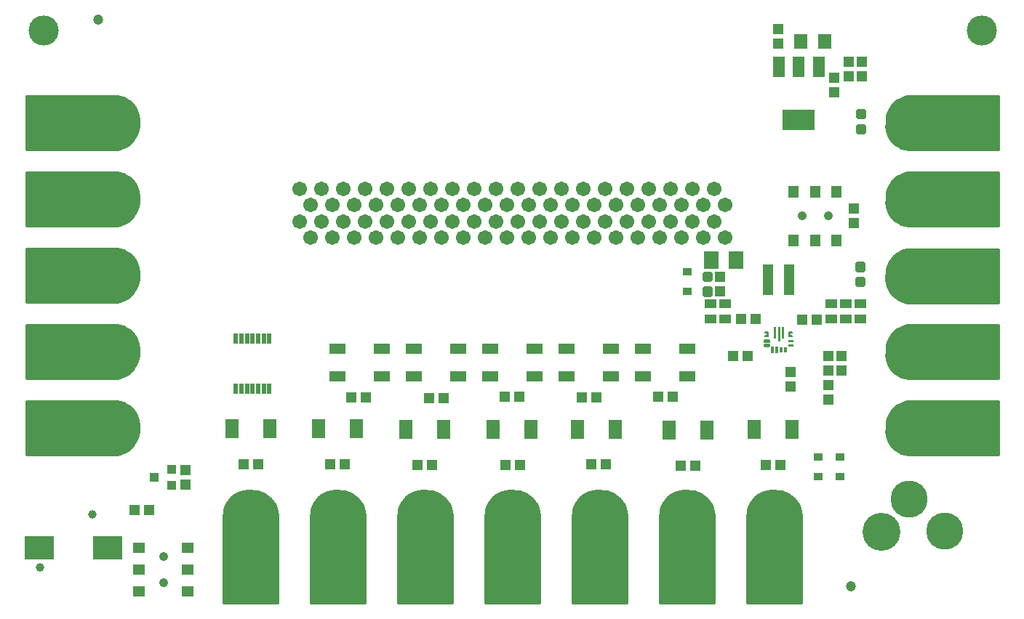
<source format=gts>
G75*
%MOIN*%
%OFA0B0*%
%FSLAX25Y25*%
%IPPOS*%
%LPD*%
%AMOC8*
5,1,8,0,0,1.08239X$1,22.5*
%
%ADD10C,0.04737*%
%ADD11C,0.06706*%
%ADD12C,0.20800*%
%ADD13C,0.01000*%
%ADD14R,0.07300X0.04737*%
%ADD15R,0.13398X0.10643*%
%ADD16C,0.03950*%
%ADD17R,0.05328X0.04737*%
%ADD18C,0.04146*%
%ADD19R,0.05131X0.04737*%
%ADD20R,0.06312X0.08674*%
%ADD21C,0.00197*%
%ADD22C,0.00500*%
%ADD23R,0.04737X0.05131*%
%ADD24R,0.06312X0.07099*%
%ADD25R,0.04737X0.05328*%
%ADD26R,0.05600X0.09600*%
%ADD27R,0.14973X0.09461*%
%ADD28R,0.04068X0.03280*%
%ADD29R,0.05524X0.03950*%
%ADD30R,0.02000X0.04700*%
%ADD31C,0.01990*%
%ADD32R,0.07099X0.07887*%
%ADD33R,0.04658X0.14186*%
%ADD34R,0.04343X0.03950*%
%ADD35C,0.17398*%
%ADD36C,0.17000*%
%ADD37C,0.13800*%
D10*
X0417595Y0316900D03*
X0072595Y0576900D03*
D11*
X0165096Y0499341D03*
X0170096Y0491861D03*
X0175096Y0499341D03*
X0180096Y0491861D03*
X0185096Y0499341D03*
X0190096Y0491861D03*
X0195096Y0499341D03*
X0200096Y0491861D03*
X0205096Y0499341D03*
X0210096Y0491861D03*
X0215096Y0499341D03*
X0220096Y0491861D03*
X0225096Y0499341D03*
X0230096Y0491861D03*
X0235096Y0499341D03*
X0240096Y0491861D03*
X0245096Y0499341D03*
X0250096Y0491861D03*
X0255096Y0499341D03*
X0260096Y0491861D03*
X0265096Y0499341D03*
X0270096Y0491861D03*
X0275096Y0499341D03*
X0280096Y0491861D03*
X0285096Y0499341D03*
X0290096Y0491861D03*
X0295096Y0499341D03*
X0300096Y0491861D03*
X0305096Y0499341D03*
X0310096Y0491861D03*
X0315096Y0499341D03*
X0320096Y0491861D03*
X0325096Y0499341D03*
X0330096Y0491861D03*
X0335096Y0499341D03*
X0340096Y0491861D03*
X0345096Y0499341D03*
X0350096Y0491861D03*
X0355096Y0499341D03*
X0360096Y0491861D03*
X0355096Y0484380D03*
X0360096Y0476900D03*
X0350096Y0476900D03*
X0345096Y0484380D03*
X0340096Y0476900D03*
X0335096Y0484380D03*
X0330096Y0476900D03*
X0325096Y0484380D03*
X0320096Y0476900D03*
X0315096Y0484380D03*
X0310096Y0476900D03*
X0305096Y0484380D03*
X0300096Y0476900D03*
X0295096Y0484380D03*
X0290096Y0476900D03*
X0285096Y0484380D03*
X0280096Y0476900D03*
X0275096Y0484380D03*
X0270096Y0476900D03*
X0265096Y0484380D03*
X0260096Y0476900D03*
X0255096Y0484380D03*
X0250096Y0476900D03*
X0245096Y0484380D03*
X0240096Y0476900D03*
X0235096Y0484380D03*
X0230096Y0476900D03*
X0225096Y0484380D03*
X0220096Y0476900D03*
X0215096Y0484380D03*
X0210096Y0476900D03*
X0205096Y0484380D03*
X0200096Y0476900D03*
X0195096Y0484380D03*
X0190096Y0476900D03*
X0185096Y0484380D03*
X0180096Y0476900D03*
X0175096Y0484380D03*
X0170096Y0476900D03*
X0165096Y0484380D03*
D12*
X0079116Y0494636D03*
X0056116Y0494636D03*
X0056116Y0459636D03*
X0079116Y0459636D03*
X0079116Y0424636D03*
X0056116Y0424636D03*
X0056116Y0389636D03*
X0079116Y0389636D03*
X0142616Y0348636D03*
X0142616Y0325636D03*
X0182616Y0325636D03*
X0182616Y0348636D03*
X0222616Y0348636D03*
X0222616Y0325636D03*
X0262616Y0325636D03*
X0262616Y0348636D03*
X0302616Y0348636D03*
X0302616Y0325636D03*
X0342616Y0325636D03*
X0342616Y0348636D03*
X0382616Y0348636D03*
X0382616Y0325636D03*
X0446116Y0389636D03*
X0469116Y0389636D03*
X0469116Y0424636D03*
X0446116Y0424636D03*
X0446096Y0459400D03*
X0469096Y0459400D03*
X0469116Y0494636D03*
X0446116Y0494636D03*
X0446116Y0529636D03*
X0469116Y0529636D03*
X0079116Y0529636D03*
X0056116Y0529636D03*
D13*
X0130216Y0349236D02*
X0130216Y0309236D01*
X0155016Y0309236D01*
X0155016Y0349636D01*
X0154810Y0351309D01*
X0154369Y0352936D01*
X0153700Y0354484D01*
X0152818Y0355921D01*
X0151741Y0357217D01*
X0150490Y0358347D01*
X0149090Y0359287D01*
X0147572Y0360019D01*
X0145964Y0360527D01*
X0144301Y0360802D01*
X0142616Y0360836D01*
X0141016Y0360882D01*
X0139425Y0360702D01*
X0137877Y0360298D01*
X0136401Y0359679D01*
X0135027Y0358857D01*
X0133784Y0357850D01*
X0132695Y0356676D01*
X0131784Y0355360D01*
X0131068Y0353929D01*
X0130562Y0352410D01*
X0130276Y0350836D01*
X0130216Y0349236D01*
X0130216Y0348837D02*
X0155016Y0348837D01*
X0155016Y0347839D02*
X0130216Y0347839D01*
X0130216Y0346840D02*
X0155016Y0346840D01*
X0155016Y0345842D02*
X0130216Y0345842D01*
X0130216Y0344843D02*
X0155016Y0344843D01*
X0155016Y0343845D02*
X0130216Y0343845D01*
X0130216Y0342846D02*
X0155016Y0342846D01*
X0155016Y0341848D02*
X0130216Y0341848D01*
X0130216Y0340849D02*
X0155016Y0340849D01*
X0155016Y0339851D02*
X0130216Y0339851D01*
X0130216Y0338852D02*
X0155016Y0338852D01*
X0155016Y0337854D02*
X0130216Y0337854D01*
X0130216Y0336855D02*
X0155016Y0336855D01*
X0155016Y0335857D02*
X0130216Y0335857D01*
X0130216Y0334858D02*
X0155016Y0334858D01*
X0155016Y0333860D02*
X0130216Y0333860D01*
X0130216Y0332861D02*
X0155016Y0332861D01*
X0155016Y0331863D02*
X0130216Y0331863D01*
X0130216Y0330864D02*
X0155016Y0330864D01*
X0155016Y0329866D02*
X0130216Y0329866D01*
X0130216Y0328867D02*
X0155016Y0328867D01*
X0155016Y0327869D02*
X0130216Y0327869D01*
X0130216Y0326870D02*
X0155016Y0326870D01*
X0155016Y0325872D02*
X0130216Y0325872D01*
X0130216Y0324873D02*
X0155016Y0324873D01*
X0155016Y0323875D02*
X0130216Y0323875D01*
X0130216Y0322876D02*
X0155016Y0322876D01*
X0155016Y0321878D02*
X0130216Y0321878D01*
X0130216Y0320879D02*
X0155016Y0320879D01*
X0155016Y0319881D02*
X0130216Y0319881D01*
X0130216Y0318882D02*
X0155016Y0318882D01*
X0155016Y0317884D02*
X0130216Y0317884D01*
X0130216Y0316885D02*
X0155016Y0316885D01*
X0155016Y0315887D02*
X0130216Y0315887D01*
X0130216Y0314888D02*
X0155016Y0314888D01*
X0155016Y0313890D02*
X0130216Y0313890D01*
X0130216Y0312891D02*
X0155016Y0312891D01*
X0155016Y0311893D02*
X0130216Y0311893D01*
X0130216Y0310894D02*
X0155016Y0310894D01*
X0155016Y0309896D02*
X0130216Y0309896D01*
X0130238Y0349836D02*
X0154991Y0349836D01*
X0154868Y0350834D02*
X0130276Y0350834D01*
X0130457Y0351833D02*
X0154668Y0351833D01*
X0154397Y0352832D02*
X0130703Y0352832D01*
X0131035Y0353830D02*
X0153983Y0353830D01*
X0153488Y0354829D02*
X0131518Y0354829D01*
X0132107Y0355827D02*
X0152875Y0355827D01*
X0152066Y0356826D02*
X0132834Y0356826D01*
X0133760Y0357824D02*
X0151068Y0357824D01*
X0149782Y0358823D02*
X0134984Y0358823D01*
X0136740Y0359821D02*
X0147983Y0359821D01*
X0143422Y0360820D02*
X0140462Y0360820D01*
X0170562Y0352410D02*
X0171068Y0353929D01*
X0171784Y0355360D01*
X0172695Y0356676D01*
X0173784Y0357850D01*
X0175027Y0358857D01*
X0176401Y0359679D01*
X0177877Y0360298D01*
X0179425Y0360702D01*
X0181016Y0360882D01*
X0182616Y0360836D01*
X0184301Y0360802D01*
X0185964Y0360527D01*
X0187572Y0360019D01*
X0189090Y0359287D01*
X0190490Y0358347D01*
X0191741Y0357217D01*
X0192818Y0355921D01*
X0193700Y0354484D01*
X0194369Y0352936D01*
X0194810Y0351309D01*
X0195016Y0349636D01*
X0195016Y0309236D01*
X0170216Y0309236D01*
X0170216Y0349236D01*
X0170276Y0350836D01*
X0170562Y0352410D01*
X0170703Y0352832D02*
X0194397Y0352832D01*
X0194668Y0351833D02*
X0170457Y0351833D01*
X0170276Y0350834D02*
X0194868Y0350834D01*
X0194991Y0349836D02*
X0170238Y0349836D01*
X0170216Y0348837D02*
X0195016Y0348837D01*
X0195016Y0347839D02*
X0170216Y0347839D01*
X0170216Y0346840D02*
X0195016Y0346840D01*
X0195016Y0345842D02*
X0170216Y0345842D01*
X0170216Y0344843D02*
X0195016Y0344843D01*
X0195016Y0343845D02*
X0170216Y0343845D01*
X0170216Y0342846D02*
X0195016Y0342846D01*
X0195016Y0341848D02*
X0170216Y0341848D01*
X0170216Y0340849D02*
X0195016Y0340849D01*
X0195016Y0339851D02*
X0170216Y0339851D01*
X0170216Y0338852D02*
X0195016Y0338852D01*
X0195016Y0337854D02*
X0170216Y0337854D01*
X0170216Y0336855D02*
X0195016Y0336855D01*
X0195016Y0335857D02*
X0170216Y0335857D01*
X0170216Y0334858D02*
X0195016Y0334858D01*
X0195016Y0333860D02*
X0170216Y0333860D01*
X0170216Y0332861D02*
X0195016Y0332861D01*
X0195016Y0331863D02*
X0170216Y0331863D01*
X0170216Y0330864D02*
X0195016Y0330864D01*
X0195016Y0329866D02*
X0170216Y0329866D01*
X0170216Y0328867D02*
X0195016Y0328867D01*
X0195016Y0327869D02*
X0170216Y0327869D01*
X0170216Y0326870D02*
X0195016Y0326870D01*
X0195016Y0325872D02*
X0170216Y0325872D01*
X0170216Y0324873D02*
X0195016Y0324873D01*
X0195016Y0323875D02*
X0170216Y0323875D01*
X0170216Y0322876D02*
X0195016Y0322876D01*
X0195016Y0321878D02*
X0170216Y0321878D01*
X0170216Y0320879D02*
X0195016Y0320879D01*
X0195016Y0319881D02*
X0170216Y0319881D01*
X0170216Y0318882D02*
X0195016Y0318882D01*
X0195016Y0317884D02*
X0170216Y0317884D01*
X0170216Y0316885D02*
X0195016Y0316885D01*
X0195016Y0315887D02*
X0170216Y0315887D01*
X0170216Y0314888D02*
X0195016Y0314888D01*
X0195016Y0313890D02*
X0170216Y0313890D01*
X0170216Y0312891D02*
X0195016Y0312891D01*
X0195016Y0311893D02*
X0170216Y0311893D01*
X0170216Y0310894D02*
X0195016Y0310894D01*
X0195016Y0309896D02*
X0170216Y0309896D01*
X0171035Y0353830D02*
X0193983Y0353830D01*
X0193488Y0354829D02*
X0171518Y0354829D01*
X0172107Y0355827D02*
X0192875Y0355827D01*
X0192066Y0356826D02*
X0172834Y0356826D01*
X0173760Y0357824D02*
X0191068Y0357824D01*
X0189782Y0358823D02*
X0174984Y0358823D01*
X0176740Y0359821D02*
X0187983Y0359821D01*
X0183422Y0360820D02*
X0180462Y0360820D01*
X0210562Y0352410D02*
X0211068Y0353929D01*
X0211784Y0355360D01*
X0212695Y0356676D01*
X0213784Y0357850D01*
X0215027Y0358857D01*
X0216401Y0359679D01*
X0217877Y0360298D01*
X0219425Y0360702D01*
X0221016Y0360882D01*
X0222616Y0360836D01*
X0224301Y0360802D01*
X0225964Y0360527D01*
X0227572Y0360019D01*
X0229090Y0359287D01*
X0230490Y0358347D01*
X0231741Y0357217D01*
X0232818Y0355921D01*
X0233700Y0354484D01*
X0234369Y0352936D01*
X0234810Y0351309D01*
X0235016Y0349636D01*
X0235016Y0309236D01*
X0210216Y0309236D01*
X0210216Y0349236D01*
X0210276Y0350836D01*
X0210562Y0352410D01*
X0210703Y0352832D02*
X0234397Y0352832D01*
X0234668Y0351833D02*
X0210457Y0351833D01*
X0210276Y0350834D02*
X0234868Y0350834D01*
X0234991Y0349836D02*
X0210238Y0349836D01*
X0210216Y0348837D02*
X0235016Y0348837D01*
X0235016Y0347839D02*
X0210216Y0347839D01*
X0210216Y0346840D02*
X0235016Y0346840D01*
X0235016Y0345842D02*
X0210216Y0345842D01*
X0210216Y0344843D02*
X0235016Y0344843D01*
X0235016Y0343845D02*
X0210216Y0343845D01*
X0210216Y0342846D02*
X0235016Y0342846D01*
X0235016Y0341848D02*
X0210216Y0341848D01*
X0210216Y0340849D02*
X0235016Y0340849D01*
X0235016Y0339851D02*
X0210216Y0339851D01*
X0210216Y0338852D02*
X0235016Y0338852D01*
X0235016Y0337854D02*
X0210216Y0337854D01*
X0210216Y0336855D02*
X0235016Y0336855D01*
X0235016Y0335857D02*
X0210216Y0335857D01*
X0210216Y0334858D02*
X0235016Y0334858D01*
X0235016Y0333860D02*
X0210216Y0333860D01*
X0210216Y0332861D02*
X0235016Y0332861D01*
X0235016Y0331863D02*
X0210216Y0331863D01*
X0210216Y0330864D02*
X0235016Y0330864D01*
X0235016Y0329866D02*
X0210216Y0329866D01*
X0210216Y0328867D02*
X0235016Y0328867D01*
X0235016Y0327869D02*
X0210216Y0327869D01*
X0210216Y0326870D02*
X0235016Y0326870D01*
X0235016Y0325872D02*
X0210216Y0325872D01*
X0210216Y0324873D02*
X0235016Y0324873D01*
X0235016Y0323875D02*
X0210216Y0323875D01*
X0210216Y0322876D02*
X0235016Y0322876D01*
X0235016Y0321878D02*
X0210216Y0321878D01*
X0210216Y0320879D02*
X0235016Y0320879D01*
X0235016Y0319881D02*
X0210216Y0319881D01*
X0210216Y0318882D02*
X0235016Y0318882D01*
X0235016Y0317884D02*
X0210216Y0317884D01*
X0210216Y0316885D02*
X0235016Y0316885D01*
X0235016Y0315887D02*
X0210216Y0315887D01*
X0210216Y0314888D02*
X0235016Y0314888D01*
X0235016Y0313890D02*
X0210216Y0313890D01*
X0210216Y0312891D02*
X0235016Y0312891D01*
X0235016Y0311893D02*
X0210216Y0311893D01*
X0210216Y0310894D02*
X0235016Y0310894D01*
X0235016Y0309896D02*
X0210216Y0309896D01*
X0211035Y0353830D02*
X0233983Y0353830D01*
X0233488Y0354829D02*
X0211518Y0354829D01*
X0212107Y0355827D02*
X0232875Y0355827D01*
X0232066Y0356826D02*
X0212834Y0356826D01*
X0213760Y0357824D02*
X0231068Y0357824D01*
X0229782Y0358823D02*
X0214984Y0358823D01*
X0216740Y0359821D02*
X0227983Y0359821D01*
X0223422Y0360820D02*
X0220462Y0360820D01*
X0250562Y0352410D02*
X0251068Y0353929D01*
X0251784Y0355360D01*
X0252695Y0356676D01*
X0253784Y0357850D01*
X0255027Y0358857D01*
X0256401Y0359679D01*
X0257877Y0360298D01*
X0259425Y0360702D01*
X0261016Y0360882D01*
X0262616Y0360836D01*
X0264301Y0360802D01*
X0265964Y0360527D01*
X0267572Y0360019D01*
X0269090Y0359287D01*
X0270490Y0358347D01*
X0271741Y0357217D01*
X0272818Y0355921D01*
X0273700Y0354484D01*
X0274369Y0352936D01*
X0274810Y0351309D01*
X0275016Y0349636D01*
X0275016Y0309236D01*
X0250216Y0309236D01*
X0250216Y0349236D01*
X0250276Y0350836D01*
X0250562Y0352410D01*
X0250703Y0352832D02*
X0274397Y0352832D01*
X0274668Y0351833D02*
X0250457Y0351833D01*
X0250276Y0350834D02*
X0274868Y0350834D01*
X0274991Y0349836D02*
X0250238Y0349836D01*
X0250216Y0348837D02*
X0275016Y0348837D01*
X0275016Y0347839D02*
X0250216Y0347839D01*
X0250216Y0346840D02*
X0275016Y0346840D01*
X0275016Y0345842D02*
X0250216Y0345842D01*
X0250216Y0344843D02*
X0275016Y0344843D01*
X0275016Y0343845D02*
X0250216Y0343845D01*
X0250216Y0342846D02*
X0275016Y0342846D01*
X0275016Y0341848D02*
X0250216Y0341848D01*
X0250216Y0340849D02*
X0275016Y0340849D01*
X0275016Y0339851D02*
X0250216Y0339851D01*
X0250216Y0338852D02*
X0275016Y0338852D01*
X0275016Y0337854D02*
X0250216Y0337854D01*
X0250216Y0336855D02*
X0275016Y0336855D01*
X0275016Y0335857D02*
X0250216Y0335857D01*
X0250216Y0334858D02*
X0275016Y0334858D01*
X0275016Y0333860D02*
X0250216Y0333860D01*
X0250216Y0332861D02*
X0275016Y0332861D01*
X0275016Y0331863D02*
X0250216Y0331863D01*
X0250216Y0330864D02*
X0275016Y0330864D01*
X0275016Y0329866D02*
X0250216Y0329866D01*
X0250216Y0328867D02*
X0275016Y0328867D01*
X0275016Y0327869D02*
X0250216Y0327869D01*
X0250216Y0326870D02*
X0275016Y0326870D01*
X0275016Y0325872D02*
X0250216Y0325872D01*
X0250216Y0324873D02*
X0275016Y0324873D01*
X0275016Y0323875D02*
X0250216Y0323875D01*
X0250216Y0322876D02*
X0275016Y0322876D01*
X0275016Y0321878D02*
X0250216Y0321878D01*
X0250216Y0320879D02*
X0275016Y0320879D01*
X0275016Y0319881D02*
X0250216Y0319881D01*
X0250216Y0318882D02*
X0275016Y0318882D01*
X0275016Y0317884D02*
X0250216Y0317884D01*
X0250216Y0316885D02*
X0275016Y0316885D01*
X0275016Y0315887D02*
X0250216Y0315887D01*
X0250216Y0314888D02*
X0275016Y0314888D01*
X0275016Y0313890D02*
X0250216Y0313890D01*
X0250216Y0312891D02*
X0275016Y0312891D01*
X0275016Y0311893D02*
X0250216Y0311893D01*
X0250216Y0310894D02*
X0275016Y0310894D01*
X0275016Y0309896D02*
X0250216Y0309896D01*
X0251035Y0353830D02*
X0273983Y0353830D01*
X0273488Y0354829D02*
X0251518Y0354829D01*
X0252107Y0355827D02*
X0272875Y0355827D01*
X0272066Y0356826D02*
X0252834Y0356826D01*
X0253760Y0357824D02*
X0271068Y0357824D01*
X0269782Y0358823D02*
X0254984Y0358823D01*
X0256740Y0359821D02*
X0267983Y0359821D01*
X0263422Y0360820D02*
X0260462Y0360820D01*
X0290562Y0352410D02*
X0291068Y0353929D01*
X0291784Y0355360D01*
X0292695Y0356676D01*
X0293784Y0357850D01*
X0295027Y0358857D01*
X0296401Y0359679D01*
X0297877Y0360298D01*
X0299425Y0360702D01*
X0301016Y0360882D01*
X0302616Y0360836D01*
X0304301Y0360802D01*
X0305964Y0360527D01*
X0307572Y0360019D01*
X0309090Y0359287D01*
X0310490Y0358347D01*
X0311741Y0357217D01*
X0312818Y0355921D01*
X0313700Y0354484D01*
X0314369Y0352936D01*
X0314810Y0351309D01*
X0315016Y0349636D01*
X0315016Y0309236D01*
X0290216Y0309236D01*
X0290216Y0349236D01*
X0290276Y0350836D01*
X0290562Y0352410D01*
X0290703Y0352832D02*
X0314397Y0352832D01*
X0314668Y0351833D02*
X0290457Y0351833D01*
X0290276Y0350834D02*
X0314868Y0350834D01*
X0314991Y0349836D02*
X0290238Y0349836D01*
X0290216Y0348837D02*
X0315016Y0348837D01*
X0315016Y0347839D02*
X0290216Y0347839D01*
X0290216Y0346840D02*
X0315016Y0346840D01*
X0315016Y0345842D02*
X0290216Y0345842D01*
X0290216Y0344843D02*
X0315016Y0344843D01*
X0315016Y0343845D02*
X0290216Y0343845D01*
X0290216Y0342846D02*
X0315016Y0342846D01*
X0315016Y0341848D02*
X0290216Y0341848D01*
X0290216Y0340849D02*
X0315016Y0340849D01*
X0315016Y0339851D02*
X0290216Y0339851D01*
X0290216Y0338852D02*
X0315016Y0338852D01*
X0315016Y0337854D02*
X0290216Y0337854D01*
X0290216Y0336855D02*
X0315016Y0336855D01*
X0315016Y0335857D02*
X0290216Y0335857D01*
X0290216Y0334858D02*
X0315016Y0334858D01*
X0315016Y0333860D02*
X0290216Y0333860D01*
X0290216Y0332861D02*
X0315016Y0332861D01*
X0315016Y0331863D02*
X0290216Y0331863D01*
X0290216Y0330864D02*
X0315016Y0330864D01*
X0315016Y0329866D02*
X0290216Y0329866D01*
X0290216Y0328867D02*
X0315016Y0328867D01*
X0315016Y0327869D02*
X0290216Y0327869D01*
X0290216Y0326870D02*
X0315016Y0326870D01*
X0315016Y0325872D02*
X0290216Y0325872D01*
X0290216Y0324873D02*
X0315016Y0324873D01*
X0315016Y0323875D02*
X0290216Y0323875D01*
X0290216Y0322876D02*
X0315016Y0322876D01*
X0315016Y0321878D02*
X0290216Y0321878D01*
X0290216Y0320879D02*
X0315016Y0320879D01*
X0315016Y0319881D02*
X0290216Y0319881D01*
X0290216Y0318882D02*
X0315016Y0318882D01*
X0315016Y0317884D02*
X0290216Y0317884D01*
X0290216Y0316885D02*
X0315016Y0316885D01*
X0315016Y0315887D02*
X0290216Y0315887D01*
X0290216Y0314888D02*
X0315016Y0314888D01*
X0315016Y0313890D02*
X0290216Y0313890D01*
X0290216Y0312891D02*
X0315016Y0312891D01*
X0315016Y0311893D02*
X0290216Y0311893D01*
X0290216Y0310894D02*
X0315016Y0310894D01*
X0315016Y0309896D02*
X0290216Y0309896D01*
X0291035Y0353830D02*
X0313983Y0353830D01*
X0313488Y0354829D02*
X0291518Y0354829D01*
X0292107Y0355827D02*
X0312875Y0355827D01*
X0312066Y0356826D02*
X0292834Y0356826D01*
X0293760Y0357824D02*
X0311068Y0357824D01*
X0309782Y0358823D02*
X0294984Y0358823D01*
X0296740Y0359821D02*
X0307983Y0359821D01*
X0303422Y0360820D02*
X0300462Y0360820D01*
X0330562Y0352410D02*
X0331068Y0353929D01*
X0331784Y0355360D01*
X0332695Y0356676D01*
X0333784Y0357850D01*
X0335027Y0358857D01*
X0336401Y0359679D01*
X0337877Y0360298D01*
X0339425Y0360702D01*
X0341016Y0360882D01*
X0342616Y0360836D01*
X0344301Y0360802D01*
X0345964Y0360527D01*
X0347572Y0360019D01*
X0349090Y0359287D01*
X0350490Y0358347D01*
X0351741Y0357217D01*
X0352818Y0355921D01*
X0353700Y0354484D01*
X0354369Y0352936D01*
X0354810Y0351309D01*
X0355016Y0349636D01*
X0355016Y0309236D01*
X0330216Y0309236D01*
X0330216Y0349236D01*
X0330276Y0350836D01*
X0330562Y0352410D01*
X0330703Y0352832D02*
X0354397Y0352832D01*
X0354668Y0351833D02*
X0330457Y0351833D01*
X0330276Y0350834D02*
X0354868Y0350834D01*
X0354991Y0349836D02*
X0330238Y0349836D01*
X0330216Y0348837D02*
X0355016Y0348837D01*
X0355016Y0347839D02*
X0330216Y0347839D01*
X0330216Y0346840D02*
X0355016Y0346840D01*
X0355016Y0345842D02*
X0330216Y0345842D01*
X0330216Y0344843D02*
X0355016Y0344843D01*
X0355016Y0343845D02*
X0330216Y0343845D01*
X0330216Y0342846D02*
X0355016Y0342846D01*
X0355016Y0341848D02*
X0330216Y0341848D01*
X0330216Y0340849D02*
X0355016Y0340849D01*
X0355016Y0339851D02*
X0330216Y0339851D01*
X0330216Y0338852D02*
X0355016Y0338852D01*
X0355016Y0337854D02*
X0330216Y0337854D01*
X0330216Y0336855D02*
X0355016Y0336855D01*
X0355016Y0335857D02*
X0330216Y0335857D01*
X0330216Y0334858D02*
X0355016Y0334858D01*
X0355016Y0333860D02*
X0330216Y0333860D01*
X0330216Y0332861D02*
X0355016Y0332861D01*
X0355016Y0331863D02*
X0330216Y0331863D01*
X0330216Y0330864D02*
X0355016Y0330864D01*
X0355016Y0329866D02*
X0330216Y0329866D01*
X0330216Y0328867D02*
X0355016Y0328867D01*
X0355016Y0327869D02*
X0330216Y0327869D01*
X0330216Y0326870D02*
X0355016Y0326870D01*
X0355016Y0325872D02*
X0330216Y0325872D01*
X0330216Y0324873D02*
X0355016Y0324873D01*
X0355016Y0323875D02*
X0330216Y0323875D01*
X0330216Y0322876D02*
X0355016Y0322876D01*
X0355016Y0321878D02*
X0330216Y0321878D01*
X0330216Y0320879D02*
X0355016Y0320879D01*
X0355016Y0319881D02*
X0330216Y0319881D01*
X0330216Y0318882D02*
X0355016Y0318882D01*
X0355016Y0317884D02*
X0330216Y0317884D01*
X0330216Y0316885D02*
X0355016Y0316885D01*
X0355016Y0315887D02*
X0330216Y0315887D01*
X0330216Y0314888D02*
X0355016Y0314888D01*
X0355016Y0313890D02*
X0330216Y0313890D01*
X0330216Y0312891D02*
X0355016Y0312891D01*
X0355016Y0311893D02*
X0330216Y0311893D01*
X0330216Y0310894D02*
X0355016Y0310894D01*
X0355016Y0309896D02*
X0330216Y0309896D01*
X0331035Y0353830D02*
X0353983Y0353830D01*
X0353488Y0354829D02*
X0331518Y0354829D01*
X0332107Y0355827D02*
X0352875Y0355827D01*
X0352066Y0356826D02*
X0332834Y0356826D01*
X0333760Y0357824D02*
X0351068Y0357824D01*
X0349782Y0358823D02*
X0334984Y0358823D01*
X0336740Y0359821D02*
X0347983Y0359821D01*
X0343422Y0360820D02*
X0340462Y0360820D01*
X0370562Y0352410D02*
X0371068Y0353929D01*
X0371784Y0355360D01*
X0372695Y0356676D01*
X0373784Y0357850D01*
X0375027Y0358857D01*
X0376401Y0359679D01*
X0377877Y0360298D01*
X0379425Y0360702D01*
X0381016Y0360882D01*
X0382616Y0360836D01*
X0384301Y0360802D01*
X0385964Y0360527D01*
X0387572Y0360019D01*
X0389090Y0359287D01*
X0390490Y0358347D01*
X0391741Y0357217D01*
X0392818Y0355921D01*
X0393700Y0354484D01*
X0394369Y0352936D01*
X0394810Y0351309D01*
X0395016Y0349636D01*
X0395016Y0309236D01*
X0370216Y0309236D01*
X0370216Y0349236D01*
X0370276Y0350836D01*
X0370562Y0352410D01*
X0370703Y0352832D02*
X0394397Y0352832D01*
X0394668Y0351833D02*
X0370457Y0351833D01*
X0370276Y0350834D02*
X0394868Y0350834D01*
X0394991Y0349836D02*
X0370238Y0349836D01*
X0370216Y0348837D02*
X0395016Y0348837D01*
X0395016Y0347839D02*
X0370216Y0347839D01*
X0370216Y0346840D02*
X0395016Y0346840D01*
X0395016Y0345842D02*
X0370216Y0345842D01*
X0370216Y0344843D02*
X0395016Y0344843D01*
X0395016Y0343845D02*
X0370216Y0343845D01*
X0370216Y0342846D02*
X0395016Y0342846D01*
X0395016Y0341848D02*
X0370216Y0341848D01*
X0370216Y0340849D02*
X0395016Y0340849D01*
X0395016Y0339851D02*
X0370216Y0339851D01*
X0370216Y0338852D02*
X0395016Y0338852D01*
X0395016Y0337854D02*
X0370216Y0337854D01*
X0370216Y0336855D02*
X0395016Y0336855D01*
X0395016Y0335857D02*
X0370216Y0335857D01*
X0370216Y0334858D02*
X0395016Y0334858D01*
X0395016Y0333860D02*
X0370216Y0333860D01*
X0370216Y0332861D02*
X0395016Y0332861D01*
X0395016Y0331863D02*
X0370216Y0331863D01*
X0370216Y0330864D02*
X0395016Y0330864D01*
X0395016Y0329866D02*
X0370216Y0329866D01*
X0370216Y0328867D02*
X0395016Y0328867D01*
X0395016Y0327869D02*
X0370216Y0327869D01*
X0370216Y0326870D02*
X0395016Y0326870D01*
X0395016Y0325872D02*
X0370216Y0325872D01*
X0370216Y0324873D02*
X0395016Y0324873D01*
X0395016Y0323875D02*
X0370216Y0323875D01*
X0370216Y0322876D02*
X0395016Y0322876D01*
X0395016Y0321878D02*
X0370216Y0321878D01*
X0370216Y0320879D02*
X0395016Y0320879D01*
X0395016Y0319881D02*
X0370216Y0319881D01*
X0370216Y0318882D02*
X0395016Y0318882D01*
X0395016Y0317884D02*
X0370216Y0317884D01*
X0370216Y0316885D02*
X0395016Y0316885D01*
X0395016Y0315887D02*
X0370216Y0315887D01*
X0370216Y0314888D02*
X0395016Y0314888D01*
X0395016Y0313890D02*
X0370216Y0313890D01*
X0370216Y0312891D02*
X0395016Y0312891D01*
X0395016Y0311893D02*
X0370216Y0311893D01*
X0370216Y0310894D02*
X0395016Y0310894D01*
X0395016Y0309896D02*
X0370216Y0309896D01*
X0371035Y0353830D02*
X0393983Y0353830D01*
X0393488Y0354829D02*
X0371518Y0354829D01*
X0372107Y0355827D02*
X0392875Y0355827D01*
X0392066Y0356826D02*
X0372834Y0356826D01*
X0373760Y0357824D02*
X0391068Y0357824D01*
X0389782Y0358823D02*
X0374984Y0358823D01*
X0376740Y0359821D02*
X0387983Y0359821D01*
X0383422Y0360820D02*
X0380462Y0360820D01*
X0435073Y0383421D02*
X0434454Y0384897D01*
X0434050Y0386446D01*
X0433869Y0388036D01*
X0433916Y0389636D01*
X0433950Y0391322D01*
X0434225Y0392985D01*
X0434733Y0394592D01*
X0435464Y0396111D01*
X0436405Y0397510D01*
X0437535Y0398761D01*
X0438831Y0399839D01*
X0440268Y0400721D01*
X0441815Y0401389D01*
X0443442Y0401831D01*
X0445116Y0402036D01*
X0485516Y0402036D01*
X0485516Y0377236D01*
X0445516Y0377236D01*
X0443916Y0377297D01*
X0442341Y0377583D01*
X0440823Y0378089D01*
X0439392Y0378805D01*
X0438076Y0379716D01*
X0436902Y0380804D01*
X0435895Y0382048D01*
X0435073Y0383421D01*
X0434920Y0383785D02*
X0485516Y0383785D01*
X0485516Y0382787D02*
X0435452Y0382787D01*
X0436105Y0381788D02*
X0485516Y0381788D01*
X0485516Y0380790D02*
X0436918Y0380790D01*
X0437995Y0379791D02*
X0485516Y0379791D01*
X0485516Y0378793D02*
X0439416Y0378793D01*
X0441707Y0377794D02*
X0485516Y0377794D01*
X0485516Y0384784D02*
X0434501Y0384784D01*
X0434223Y0385782D02*
X0485516Y0385782D01*
X0485516Y0386781D02*
X0434012Y0386781D01*
X0433899Y0387779D02*
X0485516Y0387779D01*
X0485516Y0388778D02*
X0433891Y0388778D01*
X0433918Y0389776D02*
X0485516Y0389776D01*
X0485516Y0390775D02*
X0433939Y0390775D01*
X0434025Y0391773D02*
X0485516Y0391773D01*
X0485516Y0392772D02*
X0434189Y0392772D01*
X0434473Y0393770D02*
X0485516Y0393770D01*
X0485516Y0394769D02*
X0434818Y0394769D01*
X0435299Y0395768D02*
X0485516Y0395768D01*
X0485516Y0396766D02*
X0435905Y0396766D01*
X0436635Y0397765D02*
X0485516Y0397765D01*
X0485516Y0398763D02*
X0437537Y0398763D01*
X0438739Y0399762D02*
X0485516Y0399762D01*
X0485516Y0400760D02*
X0440359Y0400760D01*
X0443177Y0401759D02*
X0485516Y0401759D01*
X0485516Y0412236D02*
X0445516Y0412236D01*
X0443916Y0412297D01*
X0442341Y0412583D01*
X0440823Y0413089D01*
X0439392Y0413805D01*
X0438076Y0414716D01*
X0436902Y0415804D01*
X0435895Y0417048D01*
X0435073Y0418421D01*
X0434454Y0419897D01*
X0434050Y0421446D01*
X0433869Y0423036D01*
X0433916Y0424636D01*
X0433950Y0426322D01*
X0434225Y0427985D01*
X0434733Y0429592D01*
X0435464Y0431111D01*
X0436405Y0432510D01*
X0437535Y0433761D01*
X0438831Y0434839D01*
X0440268Y0435721D01*
X0441815Y0436389D01*
X0443442Y0436831D01*
X0445116Y0437036D01*
X0485516Y0437036D01*
X0485516Y0412236D01*
X0485516Y0412742D02*
X0441863Y0412742D01*
X0439520Y0413741D02*
X0485516Y0413741D01*
X0485516Y0414739D02*
X0438051Y0414739D01*
X0436974Y0415738D02*
X0485516Y0415738D01*
X0485516Y0416736D02*
X0436147Y0416736D01*
X0435484Y0417735D02*
X0485516Y0417735D01*
X0485516Y0418733D02*
X0434942Y0418733D01*
X0434523Y0419732D02*
X0485516Y0419732D01*
X0485516Y0420730D02*
X0434237Y0420730D01*
X0434018Y0421729D02*
X0485516Y0421729D01*
X0485516Y0422727D02*
X0433904Y0422727D01*
X0433889Y0423726D02*
X0485516Y0423726D01*
X0485516Y0424724D02*
X0433917Y0424724D01*
X0433938Y0425723D02*
X0485516Y0425723D01*
X0485516Y0426721D02*
X0434016Y0426721D01*
X0434181Y0427720D02*
X0485516Y0427720D01*
X0485516Y0428718D02*
X0434456Y0428718D01*
X0434793Y0429717D02*
X0485516Y0429717D01*
X0485516Y0430715D02*
X0435274Y0430715D01*
X0435870Y0431714D02*
X0485516Y0431714D01*
X0485516Y0432712D02*
X0436588Y0432712D01*
X0437489Y0433711D02*
X0485516Y0433711D01*
X0485516Y0434709D02*
X0438676Y0434709D01*
X0440247Y0435708D02*
X0485516Y0435708D01*
X0485516Y0436706D02*
X0442985Y0436706D01*
X0443897Y0447060D02*
X0442322Y0447347D01*
X0440803Y0447853D01*
X0439372Y0448569D01*
X0438056Y0449480D01*
X0436883Y0450568D01*
X0435875Y0451812D01*
X0435053Y0453185D01*
X0434434Y0454661D01*
X0434030Y0456210D01*
X0433850Y0457800D01*
X0433896Y0459400D01*
X0433931Y0461085D01*
X0434205Y0462749D01*
X0434713Y0464356D01*
X0435445Y0465875D01*
X0436385Y0467274D01*
X0437515Y0468525D01*
X0438812Y0469602D01*
X0440248Y0470484D01*
X0441796Y0471153D01*
X0443423Y0471595D01*
X0445096Y0471800D01*
X0485496Y0471800D01*
X0485496Y0447000D01*
X0445496Y0447000D01*
X0443897Y0447060D01*
X0441291Y0447690D02*
X0485496Y0447690D01*
X0485496Y0448689D02*
X0439199Y0448689D01*
X0437833Y0449687D02*
X0485496Y0449687D01*
X0485496Y0450686D02*
X0436787Y0450686D01*
X0435978Y0451684D02*
X0485496Y0451684D01*
X0485496Y0452683D02*
X0435354Y0452683D01*
X0434845Y0453681D02*
X0485496Y0453681D01*
X0485496Y0454680D02*
X0434429Y0454680D01*
X0434169Y0455678D02*
X0485496Y0455678D01*
X0485496Y0456677D02*
X0433977Y0456677D01*
X0433864Y0457675D02*
X0485496Y0457675D01*
X0485496Y0458674D02*
X0433875Y0458674D01*
X0433902Y0459672D02*
X0485496Y0459672D01*
X0485496Y0460671D02*
X0433922Y0460671D01*
X0434027Y0461669D02*
X0485496Y0461669D01*
X0485496Y0462668D02*
X0434192Y0462668D01*
X0434495Y0463666D02*
X0485496Y0463666D01*
X0485496Y0464665D02*
X0434862Y0464665D01*
X0435343Y0465663D02*
X0485496Y0465663D01*
X0485496Y0466662D02*
X0435974Y0466662D01*
X0436734Y0467660D02*
X0485496Y0467660D01*
X0485496Y0468659D02*
X0437676Y0468659D01*
X0438901Y0469657D02*
X0485496Y0469657D01*
X0485496Y0470656D02*
X0440645Y0470656D01*
X0443910Y0471654D02*
X0485496Y0471654D01*
X0485516Y0482236D02*
X0445516Y0482236D01*
X0443916Y0482297D01*
X0442341Y0482583D01*
X0440823Y0483089D01*
X0439392Y0483805D01*
X0438076Y0484716D01*
X0436902Y0485804D01*
X0435895Y0487048D01*
X0435073Y0488421D01*
X0434454Y0489897D01*
X0434050Y0491446D01*
X0433869Y0493036D01*
X0433916Y0494636D01*
X0433950Y0496322D01*
X0434225Y0497985D01*
X0434733Y0499592D01*
X0435464Y0501111D01*
X0436405Y0502510D01*
X0437535Y0503761D01*
X0438831Y0504839D01*
X0440268Y0505721D01*
X0441815Y0506389D01*
X0443442Y0506831D01*
X0445116Y0507036D01*
X0485516Y0507036D01*
X0485516Y0482236D01*
X0485516Y0482638D02*
X0442176Y0482638D01*
X0439728Y0483637D02*
X0485516Y0483637D01*
X0485516Y0484635D02*
X0438193Y0484635D01*
X0437086Y0485634D02*
X0485516Y0485634D01*
X0485516Y0486632D02*
X0436231Y0486632D01*
X0435546Y0487631D02*
X0485516Y0487631D01*
X0485516Y0488629D02*
X0434986Y0488629D01*
X0434567Y0489628D02*
X0485516Y0489628D01*
X0485516Y0490626D02*
X0434264Y0490626D01*
X0434030Y0491625D02*
X0485516Y0491625D01*
X0485516Y0492623D02*
X0433916Y0492623D01*
X0433886Y0493622D02*
X0485516Y0493622D01*
X0485516Y0494620D02*
X0433915Y0494620D01*
X0433936Y0495619D02*
X0485516Y0495619D01*
X0485516Y0496617D02*
X0433999Y0496617D01*
X0434164Y0497616D02*
X0485516Y0497616D01*
X0485516Y0498614D02*
X0434423Y0498614D01*
X0434742Y0499613D02*
X0485516Y0499613D01*
X0485516Y0500611D02*
X0435224Y0500611D01*
X0435800Y0501610D02*
X0485516Y0501610D01*
X0485516Y0502608D02*
X0436493Y0502608D01*
X0437395Y0503607D02*
X0485516Y0503607D01*
X0485516Y0504605D02*
X0438550Y0504605D01*
X0440078Y0505604D02*
X0485516Y0505604D01*
X0485516Y0506602D02*
X0442601Y0506602D01*
X0443916Y0517297D02*
X0442341Y0517583D01*
X0440823Y0518089D01*
X0439392Y0518805D01*
X0438076Y0519716D01*
X0436902Y0520804D01*
X0435895Y0522048D01*
X0435073Y0523421D01*
X0434454Y0524897D01*
X0434050Y0526446D01*
X0433869Y0528036D01*
X0433916Y0529636D01*
X0433950Y0531322D01*
X0434225Y0532985D01*
X0434733Y0534592D01*
X0435464Y0536111D01*
X0436405Y0537510D01*
X0437535Y0538761D01*
X0438831Y0539839D01*
X0440268Y0540721D01*
X0441815Y0541389D01*
X0443442Y0541831D01*
X0445116Y0542036D01*
X0485516Y0542036D01*
X0485516Y0517236D01*
X0445516Y0517236D01*
X0443916Y0517297D01*
X0442332Y0517586D02*
X0485516Y0517586D01*
X0485516Y0518584D02*
X0439832Y0518584D01*
X0438268Y0519583D02*
X0485516Y0519583D01*
X0485516Y0520581D02*
X0437143Y0520581D01*
X0436274Y0521580D02*
X0485516Y0521580D01*
X0485516Y0522578D02*
X0435577Y0522578D01*
X0435008Y0523577D02*
X0485516Y0523577D01*
X0485516Y0524575D02*
X0434589Y0524575D01*
X0434277Y0525574D02*
X0485516Y0525574D01*
X0485516Y0526572D02*
X0434036Y0526572D01*
X0433922Y0527571D02*
X0485516Y0527571D01*
X0485516Y0528570D02*
X0433885Y0528570D01*
X0433914Y0529568D02*
X0485516Y0529568D01*
X0485516Y0530567D02*
X0433935Y0530567D01*
X0433990Y0531565D02*
X0485516Y0531565D01*
X0485516Y0532564D02*
X0434155Y0532564D01*
X0434407Y0533562D02*
X0485516Y0533562D01*
X0485516Y0534561D02*
X0434723Y0534561D01*
X0435198Y0535559D02*
X0485516Y0535559D01*
X0485516Y0536558D02*
X0435765Y0536558D01*
X0436446Y0537556D02*
X0485516Y0537556D01*
X0485516Y0538555D02*
X0437348Y0538555D01*
X0438488Y0539553D02*
X0485516Y0539553D01*
X0485516Y0540552D02*
X0439993Y0540552D01*
X0442409Y0541550D02*
X0485516Y0541550D01*
X0091362Y0531236D02*
X0091316Y0529636D01*
X0091281Y0527951D01*
X0091007Y0526287D01*
X0090499Y0524680D01*
X0089767Y0523161D01*
X0088826Y0521762D01*
X0087696Y0520511D01*
X0086400Y0519434D01*
X0084963Y0518552D01*
X0083416Y0517883D01*
X0081789Y0517442D01*
X0080116Y0517236D01*
X0039716Y0517236D01*
X0039716Y0542036D01*
X0079716Y0542036D01*
X0081315Y0541976D01*
X0082890Y0541690D01*
X0084408Y0541184D01*
X0085840Y0540468D01*
X0087155Y0539556D01*
X0088329Y0538468D01*
X0089337Y0537225D01*
X0090158Y0535851D01*
X0090777Y0534375D01*
X0091181Y0532826D01*
X0091362Y0531236D01*
X0091324Y0531565D02*
X0039716Y0531565D01*
X0039716Y0530567D02*
X0091343Y0530567D01*
X0091314Y0529568D02*
X0039716Y0529568D01*
X0039716Y0528570D02*
X0091294Y0528570D01*
X0091218Y0527571D02*
X0039716Y0527571D01*
X0039716Y0526572D02*
X0091054Y0526572D01*
X0090781Y0525574D02*
X0039716Y0525574D01*
X0039716Y0524575D02*
X0090448Y0524575D01*
X0089967Y0523577D02*
X0039716Y0523577D01*
X0039716Y0522578D02*
X0089375Y0522578D01*
X0088662Y0521580D02*
X0039716Y0521580D01*
X0039716Y0520581D02*
X0087760Y0520581D01*
X0086579Y0519583D02*
X0039716Y0519583D01*
X0039716Y0518584D02*
X0085016Y0518584D01*
X0082320Y0517586D02*
X0039716Y0517586D01*
X0039716Y0507036D02*
X0079716Y0507036D01*
X0081315Y0506976D01*
X0082890Y0506690D01*
X0084408Y0506184D01*
X0085840Y0505468D01*
X0087155Y0504556D01*
X0088329Y0503468D01*
X0089337Y0502225D01*
X0090158Y0500851D01*
X0090777Y0499375D01*
X0091181Y0497826D01*
X0091362Y0496236D01*
X0091316Y0494636D01*
X0091281Y0492951D01*
X0091007Y0491287D01*
X0090499Y0489680D01*
X0089767Y0488161D01*
X0088826Y0486762D01*
X0087696Y0485511D01*
X0086400Y0484434D01*
X0084963Y0483552D01*
X0083416Y0482883D01*
X0081789Y0482442D01*
X0080116Y0482236D01*
X0039716Y0482236D01*
X0039716Y0507036D01*
X0039716Y0506602D02*
X0083152Y0506602D01*
X0085568Y0505604D02*
X0039716Y0505604D01*
X0039716Y0504605D02*
X0087085Y0504605D01*
X0088179Y0503607D02*
X0039716Y0503607D01*
X0039716Y0502608D02*
X0089026Y0502608D01*
X0089705Y0501610D02*
X0039716Y0501610D01*
X0039716Y0500611D02*
X0090259Y0500611D01*
X0090678Y0499613D02*
X0039716Y0499613D01*
X0039716Y0498614D02*
X0090976Y0498614D01*
X0091205Y0497616D02*
X0039716Y0497616D01*
X0039716Y0496617D02*
X0091319Y0496617D01*
X0091344Y0495619D02*
X0039716Y0495619D01*
X0039716Y0494620D02*
X0091315Y0494620D01*
X0091295Y0493622D02*
X0039716Y0493622D01*
X0039716Y0492623D02*
X0091227Y0492623D01*
X0091062Y0491625D02*
X0039716Y0491625D01*
X0039716Y0490626D02*
X0090798Y0490626D01*
X0090473Y0489628D02*
X0039716Y0489628D01*
X0039716Y0488629D02*
X0089992Y0488629D01*
X0089410Y0487631D02*
X0039716Y0487631D01*
X0039716Y0486632D02*
X0088709Y0486632D01*
X0087807Y0485634D02*
X0039716Y0485634D01*
X0039716Y0484635D02*
X0086642Y0484635D01*
X0085101Y0483637D02*
X0039716Y0483637D01*
X0039716Y0482638D02*
X0082512Y0482638D01*
X0081315Y0471976D02*
X0079716Y0472036D01*
X0039716Y0472036D01*
X0039716Y0447236D01*
X0080116Y0447236D01*
X0081789Y0447442D01*
X0083416Y0447883D01*
X0084963Y0448552D01*
X0086400Y0449434D01*
X0087696Y0450511D01*
X0088826Y0451762D01*
X0089767Y0453161D01*
X0090499Y0454680D01*
X0091007Y0456287D01*
X0091281Y0457951D01*
X0091316Y0459636D01*
X0091362Y0461236D01*
X0091181Y0462826D01*
X0090777Y0464375D01*
X0090158Y0465851D01*
X0089337Y0467225D01*
X0088329Y0468468D01*
X0087155Y0469556D01*
X0085840Y0470468D01*
X0084408Y0471184D01*
X0082890Y0471690D01*
X0081315Y0471976D01*
X0082996Y0471654D02*
X0039716Y0471654D01*
X0039716Y0470656D02*
X0085463Y0470656D01*
X0087010Y0469657D02*
X0039716Y0469657D01*
X0039716Y0468659D02*
X0088123Y0468659D01*
X0088984Y0467660D02*
X0039716Y0467660D01*
X0039716Y0466662D02*
X0089673Y0466662D01*
X0090237Y0465663D02*
X0039716Y0465663D01*
X0039716Y0464665D02*
X0090656Y0464665D01*
X0090962Y0463666D02*
X0039716Y0463666D01*
X0039716Y0462668D02*
X0091199Y0462668D01*
X0091313Y0461669D02*
X0039716Y0461669D01*
X0039716Y0460671D02*
X0091346Y0460671D01*
X0091317Y0459672D02*
X0039716Y0459672D01*
X0039716Y0458674D02*
X0091296Y0458674D01*
X0091235Y0457675D02*
X0039716Y0457675D01*
X0039716Y0456677D02*
X0091071Y0456677D01*
X0090814Y0455678D02*
X0039716Y0455678D01*
X0039716Y0454680D02*
X0090498Y0454680D01*
X0090017Y0453681D02*
X0039716Y0453681D01*
X0039716Y0452683D02*
X0089445Y0452683D01*
X0088756Y0451684D02*
X0039716Y0451684D01*
X0039716Y0450686D02*
X0087854Y0450686D01*
X0086705Y0449687D02*
X0039716Y0449687D01*
X0039716Y0448689D02*
X0085186Y0448689D01*
X0082704Y0447690D02*
X0039716Y0447690D01*
X0039716Y0437036D02*
X0079716Y0437036D01*
X0081315Y0436976D01*
X0082890Y0436690D01*
X0084408Y0436184D01*
X0085840Y0435468D01*
X0087155Y0434556D01*
X0088329Y0433468D01*
X0089337Y0432225D01*
X0090158Y0430851D01*
X0090777Y0429375D01*
X0091181Y0427826D01*
X0091362Y0426236D01*
X0091316Y0424636D01*
X0091281Y0422951D01*
X0091007Y0421287D01*
X0090499Y0419680D01*
X0089767Y0418161D01*
X0088826Y0416762D01*
X0087696Y0415511D01*
X0086400Y0414434D01*
X0084963Y0413552D01*
X0083416Y0412883D01*
X0081789Y0412442D01*
X0080116Y0412236D01*
X0039716Y0412236D01*
X0039716Y0437036D01*
X0039716Y0436706D02*
X0082797Y0436706D01*
X0085359Y0435708D02*
X0039716Y0435708D01*
X0039716Y0434709D02*
X0086934Y0434709D01*
X0088067Y0433711D02*
X0039716Y0433711D01*
X0039716Y0432712D02*
X0088941Y0432712D01*
X0089642Y0431714D02*
X0039716Y0431714D01*
X0039716Y0430715D02*
X0090215Y0430715D01*
X0090634Y0429717D02*
X0039716Y0429717D01*
X0039716Y0428718D02*
X0090949Y0428718D01*
X0091193Y0427720D02*
X0039716Y0427720D01*
X0039716Y0426721D02*
X0091307Y0426721D01*
X0091347Y0425723D02*
X0039716Y0425723D01*
X0039716Y0424724D02*
X0091318Y0424724D01*
X0091297Y0423726D02*
X0039716Y0423726D01*
X0039716Y0422727D02*
X0091244Y0422727D01*
X0091079Y0421729D02*
X0039716Y0421729D01*
X0039716Y0420730D02*
X0090831Y0420730D01*
X0090515Y0419732D02*
X0039716Y0419732D01*
X0039716Y0418733D02*
X0090042Y0418733D01*
X0089480Y0417735D02*
X0039716Y0417735D01*
X0039716Y0416736D02*
X0088803Y0416736D01*
X0087901Y0415738D02*
X0039716Y0415738D01*
X0039716Y0414739D02*
X0086767Y0414739D01*
X0085271Y0413741D02*
X0039716Y0413741D01*
X0039716Y0412742D02*
X0082896Y0412742D01*
X0081315Y0401976D02*
X0079716Y0402036D01*
X0039716Y0402036D01*
X0039716Y0377236D01*
X0080116Y0377236D01*
X0081789Y0377442D01*
X0083416Y0377883D01*
X0084963Y0378552D01*
X0086400Y0379434D01*
X0087696Y0380511D01*
X0088826Y0381762D01*
X0089767Y0383161D01*
X0090499Y0384680D01*
X0091007Y0386287D01*
X0091281Y0387951D01*
X0091316Y0389636D01*
X0091362Y0391236D01*
X0091181Y0392826D01*
X0090777Y0394375D01*
X0090158Y0395851D01*
X0089337Y0397225D01*
X0088329Y0398468D01*
X0087155Y0399556D01*
X0085840Y0400468D01*
X0084408Y0401184D01*
X0082890Y0401690D01*
X0081315Y0401976D01*
X0082511Y0401759D02*
X0039716Y0401759D01*
X0039716Y0400760D02*
X0085255Y0400760D01*
X0086859Y0399762D02*
X0039716Y0399762D01*
X0039716Y0398763D02*
X0088011Y0398763D01*
X0088899Y0397765D02*
X0039716Y0397765D01*
X0039716Y0396766D02*
X0089611Y0396766D01*
X0090193Y0395768D02*
X0039716Y0395768D01*
X0039716Y0394769D02*
X0090612Y0394769D01*
X0090935Y0393770D02*
X0039716Y0393770D01*
X0039716Y0392772D02*
X0091187Y0392772D01*
X0091301Y0391773D02*
X0039716Y0391773D01*
X0039716Y0390775D02*
X0091349Y0390775D01*
X0091320Y0389776D02*
X0039716Y0389776D01*
X0039716Y0388778D02*
X0091298Y0388778D01*
X0091253Y0387779D02*
X0039716Y0387779D01*
X0039716Y0386781D02*
X0091088Y0386781D01*
X0090847Y0385782D02*
X0039716Y0385782D01*
X0039716Y0384784D02*
X0090531Y0384784D01*
X0090067Y0383785D02*
X0039716Y0383785D01*
X0039716Y0382787D02*
X0089515Y0382787D01*
X0088844Y0381788D02*
X0039716Y0381788D01*
X0039716Y0380790D02*
X0087948Y0380790D01*
X0086830Y0379791D02*
X0039716Y0379791D01*
X0039716Y0378793D02*
X0085356Y0378793D01*
X0083088Y0377794D02*
X0039716Y0377794D01*
X0039716Y0532564D02*
X0091211Y0532564D01*
X0090989Y0533562D02*
X0039716Y0533562D01*
X0039716Y0534561D02*
X0090700Y0534561D01*
X0090281Y0535559D02*
X0039716Y0535559D01*
X0039716Y0536558D02*
X0089736Y0536558D01*
X0089068Y0537556D02*
X0039716Y0537556D01*
X0039716Y0538555D02*
X0088236Y0538555D01*
X0087159Y0539553D02*
X0039716Y0539553D01*
X0039716Y0540552D02*
X0085672Y0540552D01*
X0083308Y0541550D02*
X0039716Y0541550D01*
D14*
X0182470Y0425935D03*
X0182470Y0413337D03*
X0202761Y0413337D03*
X0202761Y0425935D03*
X0217470Y0425935D03*
X0217470Y0413337D03*
X0237761Y0413337D03*
X0237761Y0425935D03*
X0252470Y0425935D03*
X0252470Y0413337D03*
X0272761Y0413337D03*
X0272761Y0425935D03*
X0287470Y0425935D03*
X0287470Y0413337D03*
X0307761Y0413337D03*
X0307761Y0425935D03*
X0322470Y0425935D03*
X0322470Y0413337D03*
X0342761Y0413337D03*
X0342761Y0425935D03*
D15*
X0077114Y0334636D03*
X0045618Y0334636D03*
D16*
X0046011Y0325778D03*
X0070224Y0349991D03*
D17*
X0091494Y0334479D03*
X0091494Y0324636D03*
X0091494Y0314794D03*
X0113738Y0314794D03*
X0113738Y0324636D03*
X0113738Y0334479D03*
D18*
X0102616Y0330542D03*
X0102616Y0318731D03*
X0395440Y0486900D03*
X0407251Y0486900D03*
D19*
X0402192Y0439400D03*
X0395499Y0439400D03*
X0374067Y0439650D03*
X0367374Y0439650D03*
X0370317Y0422525D03*
X0363624Y0422525D03*
X0335962Y0403836D03*
X0329269Y0403836D03*
X0339749Y0372400D03*
X0346442Y0372400D03*
X0378749Y0372600D03*
X0385442Y0372600D03*
X0305462Y0373036D03*
X0298769Y0373036D03*
X0300962Y0403611D03*
X0294269Y0403611D03*
X0265862Y0403836D03*
X0259169Y0403836D03*
X0259249Y0372600D03*
X0265942Y0372600D03*
X0231062Y0403336D03*
X0224369Y0403336D03*
X0225842Y0372600D03*
X0219149Y0372600D03*
X0195362Y0403586D03*
X0188669Y0403586D03*
X0185742Y0372900D03*
X0179049Y0372900D03*
X0146042Y0373000D03*
X0139349Y0373000D03*
X0095942Y0351900D03*
X0089249Y0351900D03*
D20*
X0133966Y0389250D03*
X0151288Y0389250D03*
X0173666Y0389150D03*
X0190988Y0389150D03*
X0213766Y0388850D03*
X0231088Y0388850D03*
X0253866Y0388850D03*
X0271188Y0388850D03*
X0292352Y0389030D03*
X0309675Y0389030D03*
X0334366Y0388650D03*
X0351688Y0388650D03*
X0373366Y0388850D03*
X0390688Y0388850D03*
D21*
X0387832Y0424518D02*
X0387242Y0424518D01*
X0387185Y0424529D01*
X0387137Y0424561D01*
X0387105Y0424609D01*
X0387094Y0424666D01*
X0387094Y0426634D01*
X0387105Y0426691D01*
X0387137Y0426739D01*
X0387185Y0426771D01*
X0387242Y0426782D01*
X0387832Y0426782D01*
X0387889Y0426771D01*
X0387937Y0426739D01*
X0387969Y0426691D01*
X0387980Y0426634D01*
X0387980Y0424666D01*
X0387969Y0424609D01*
X0387937Y0424561D01*
X0387889Y0424529D01*
X0387832Y0424518D01*
X0387980Y0424703D02*
X0387094Y0424703D01*
X0387094Y0424898D02*
X0387980Y0424898D01*
X0387980Y0425094D02*
X0387094Y0425094D01*
X0387094Y0425289D02*
X0387980Y0425289D01*
X0387980Y0425485D02*
X0387094Y0425485D01*
X0387094Y0425680D02*
X0387980Y0425680D01*
X0387980Y0425875D02*
X0387094Y0425875D01*
X0387094Y0426071D02*
X0387980Y0426071D01*
X0387980Y0426266D02*
X0387094Y0426266D01*
X0387094Y0426461D02*
X0387980Y0426461D01*
X0387975Y0426657D02*
X0387098Y0426657D01*
X0386011Y0426634D02*
X0386011Y0424666D01*
X0386000Y0424609D01*
X0385968Y0424561D01*
X0385920Y0424529D01*
X0385864Y0424518D01*
X0385273Y0424518D01*
X0385217Y0424529D01*
X0385169Y0424561D01*
X0385137Y0424609D01*
X0385125Y0424666D01*
X0385125Y0426634D01*
X0385137Y0426691D01*
X0385169Y0426739D01*
X0385217Y0426771D01*
X0385273Y0426782D01*
X0385864Y0426782D01*
X0385920Y0426771D01*
X0385968Y0426739D01*
X0386000Y0426691D01*
X0386011Y0426634D01*
X0386007Y0426657D02*
X0385130Y0426657D01*
X0385125Y0426461D02*
X0386011Y0426461D01*
X0386011Y0426266D02*
X0385125Y0426266D01*
X0385125Y0426071D02*
X0386011Y0426071D01*
X0386011Y0425875D02*
X0385125Y0425875D01*
X0385125Y0425680D02*
X0386011Y0425680D01*
X0386011Y0425485D02*
X0385125Y0425485D01*
X0385125Y0425289D02*
X0386011Y0425289D01*
X0386011Y0425094D02*
X0385125Y0425094D01*
X0385125Y0424898D02*
X0386011Y0424898D01*
X0386011Y0424703D02*
X0385125Y0424703D01*
X0384200Y0424703D02*
X0383078Y0424703D01*
X0383078Y0424666D02*
X0383084Y0424589D01*
X0383114Y0424517D01*
X0383164Y0424459D01*
X0383230Y0424418D01*
X0383305Y0424400D01*
X0383895Y0424400D01*
X0383984Y0424408D01*
X0384067Y0424443D01*
X0384134Y0424502D01*
X0384180Y0424579D01*
X0384200Y0424666D01*
X0384200Y0426634D01*
X0384180Y0426721D01*
X0384134Y0426798D01*
X0384067Y0426857D01*
X0383984Y0426892D01*
X0383895Y0426900D01*
X0383305Y0426900D01*
X0383230Y0426882D01*
X0383164Y0426841D01*
X0383114Y0426783D01*
X0383084Y0426711D01*
X0383078Y0426634D01*
X0383078Y0424666D01*
X0383122Y0424508D02*
X0384138Y0424508D01*
X0384200Y0424898D02*
X0383078Y0424898D01*
X0383078Y0425094D02*
X0384200Y0425094D01*
X0384200Y0425289D02*
X0383078Y0425289D01*
X0383078Y0425485D02*
X0384200Y0425485D01*
X0384200Y0425680D02*
X0383078Y0425680D01*
X0383078Y0425875D02*
X0384200Y0425875D01*
X0384200Y0426071D02*
X0383078Y0426071D01*
X0383078Y0426266D02*
X0384200Y0426266D01*
X0384200Y0426461D02*
X0383078Y0426461D01*
X0383080Y0426657D02*
X0384195Y0426657D01*
X0384072Y0426852D02*
X0383181Y0426852D01*
X0382179Y0426716D02*
X0382192Y0426634D01*
X0382192Y0424666D01*
X0382179Y0424584D01*
X0382142Y0424510D01*
X0382083Y0424451D01*
X0382009Y0424413D01*
X0381927Y0424400D01*
X0381336Y0424400D01*
X0381261Y0424418D01*
X0381195Y0424459D01*
X0381145Y0424517D01*
X0381116Y0424589D01*
X0381110Y0424666D01*
X0381110Y0426634D01*
X0381116Y0426711D01*
X0381145Y0426783D01*
X0381195Y0426841D01*
X0381261Y0426882D01*
X0381336Y0426900D01*
X0381927Y0426900D01*
X0382009Y0426887D01*
X0382083Y0426849D01*
X0382142Y0426790D01*
X0382179Y0426716D01*
X0382189Y0426657D02*
X0381111Y0426657D01*
X0381110Y0426461D02*
X0382192Y0426461D01*
X0382192Y0426266D02*
X0381110Y0426266D01*
X0381110Y0426071D02*
X0382192Y0426071D01*
X0382192Y0425875D02*
X0381110Y0425875D01*
X0381110Y0425680D02*
X0382192Y0425680D01*
X0382192Y0425485D02*
X0381110Y0425485D01*
X0381110Y0425289D02*
X0382192Y0425289D01*
X0382192Y0425094D02*
X0381110Y0425094D01*
X0381110Y0424898D02*
X0382192Y0424898D01*
X0382192Y0424703D02*
X0381110Y0424703D01*
X0381153Y0424508D02*
X0382140Y0424508D01*
X0382077Y0426852D02*
X0381213Y0426852D01*
X0380342Y0427236D02*
X0380296Y0427159D01*
X0380228Y0427100D01*
X0380146Y0427065D01*
X0380057Y0427057D01*
X0378088Y0427057D01*
X0378006Y0427070D01*
X0377932Y0427108D01*
X0377873Y0427167D01*
X0377835Y0427241D01*
X0377822Y0427323D01*
X0377822Y0427914D01*
X0377830Y0428003D01*
X0377865Y0428085D01*
X0377924Y0428153D01*
X0378001Y0428199D01*
X0378088Y0428219D01*
X0380057Y0428219D01*
X0380151Y0428204D01*
X0380236Y0428161D01*
X0380303Y0428093D01*
X0380347Y0428008D01*
X0380362Y0427914D01*
X0380362Y0427323D01*
X0380342Y0427236D01*
X0380343Y0427243D02*
X0377835Y0427243D01*
X0377822Y0427438D02*
X0380362Y0427438D01*
X0380362Y0427634D02*
X0377822Y0427634D01*
X0377822Y0427829D02*
X0380362Y0427829D01*
X0380338Y0428024D02*
X0377839Y0428024D01*
X0378038Y0429034D02*
X0377956Y0429069D01*
X0377888Y0429128D01*
X0377842Y0429204D01*
X0377822Y0429292D01*
X0377822Y0429882D01*
X0377835Y0429964D01*
X0377873Y0430038D01*
X0377932Y0430097D01*
X0378006Y0430135D01*
X0378088Y0430148D01*
X0380057Y0430148D01*
X0380134Y0430142D01*
X0380205Y0430113D01*
X0380264Y0430063D01*
X0380304Y0429997D01*
X0380322Y0429922D01*
X0380322Y0429331D01*
X0380321Y0429247D01*
X0380295Y0429167D01*
X0380245Y0429100D01*
X0380176Y0429051D01*
X0380096Y0429026D01*
X0378127Y0429026D01*
X0378038Y0429034D01*
X0377847Y0429196D02*
X0380304Y0429196D01*
X0380322Y0429392D02*
X0377822Y0429392D01*
X0377822Y0429587D02*
X0380322Y0429587D01*
X0380322Y0429783D02*
X0377822Y0429783D01*
X0377842Y0429978D02*
X0380309Y0429978D01*
X0382279Y0431026D02*
X0382300Y0430994D01*
X0382332Y0430972D01*
X0382370Y0430965D01*
X0382862Y0430965D01*
X0382899Y0430972D01*
X0382931Y0430994D01*
X0382953Y0431026D01*
X0382960Y0431063D01*
X0382960Y0435837D01*
X0382949Y0435894D01*
X0382917Y0435941D01*
X0382869Y0435973D01*
X0382812Y0435985D01*
X0382370Y0435985D01*
X0382332Y0435977D01*
X0382300Y0435956D01*
X0382279Y0435924D01*
X0382271Y0435886D01*
X0382271Y0431063D01*
X0382279Y0431026D01*
X0382271Y0431150D02*
X0382960Y0431150D01*
X0382960Y0431345D02*
X0382271Y0431345D01*
X0382271Y0431541D02*
X0382960Y0431541D01*
X0382960Y0431736D02*
X0382271Y0431736D01*
X0382271Y0431931D02*
X0382960Y0431931D01*
X0382960Y0432127D02*
X0382271Y0432127D01*
X0382271Y0432322D02*
X0382960Y0432322D01*
X0382960Y0432518D02*
X0382271Y0432518D01*
X0382271Y0432713D02*
X0382960Y0432713D01*
X0382960Y0432908D02*
X0382271Y0432908D01*
X0382271Y0433104D02*
X0382960Y0433104D01*
X0382960Y0433299D02*
X0382271Y0433299D01*
X0382271Y0433494D02*
X0382960Y0433494D01*
X0382960Y0433690D02*
X0382271Y0433690D01*
X0382271Y0433885D02*
X0382960Y0433885D01*
X0382960Y0434080D02*
X0382271Y0434080D01*
X0382271Y0434276D02*
X0382960Y0434276D01*
X0382960Y0434471D02*
X0382271Y0434471D01*
X0382271Y0434667D02*
X0382960Y0434667D01*
X0382960Y0434862D02*
X0382271Y0434862D01*
X0382271Y0435057D02*
X0382960Y0435057D01*
X0382960Y0435253D02*
X0382271Y0435253D01*
X0382271Y0435448D02*
X0382960Y0435448D01*
X0382960Y0435643D02*
X0382271Y0435643D01*
X0382271Y0435839D02*
X0382960Y0435839D01*
X0384240Y0435839D02*
X0384929Y0435839D01*
X0384929Y0435886D02*
X0384910Y0435931D01*
X0384875Y0435966D01*
X0384830Y0435985D01*
X0384781Y0435985D01*
X0384387Y0435985D01*
X0384338Y0435985D01*
X0384293Y0435966D01*
X0384258Y0435931D01*
X0384240Y0435886D01*
X0384240Y0429636D01*
X0384255Y0429610D01*
X0384279Y0429591D01*
X0384308Y0429583D01*
X0384338Y0429587D01*
X0384830Y0429587D01*
X0384875Y0429606D01*
X0384910Y0429640D01*
X0384929Y0429686D01*
X0384929Y0429735D01*
X0384929Y0435886D01*
X0384929Y0435643D02*
X0384240Y0435643D01*
X0384240Y0435448D02*
X0384929Y0435448D01*
X0384929Y0435253D02*
X0384240Y0435253D01*
X0384240Y0435057D02*
X0384929Y0435057D01*
X0384929Y0434862D02*
X0384240Y0434862D01*
X0384240Y0434667D02*
X0384929Y0434667D01*
X0384929Y0434471D02*
X0384240Y0434471D01*
X0384240Y0434276D02*
X0384929Y0434276D01*
X0384929Y0434080D02*
X0384240Y0434080D01*
X0384240Y0433885D02*
X0384929Y0433885D01*
X0384929Y0433690D02*
X0384240Y0433690D01*
X0384240Y0433494D02*
X0384929Y0433494D01*
X0384929Y0433299D02*
X0384240Y0433299D01*
X0384240Y0433104D02*
X0384929Y0433104D01*
X0384929Y0432908D02*
X0384240Y0432908D01*
X0384240Y0432713D02*
X0384929Y0432713D01*
X0384929Y0432518D02*
X0384240Y0432518D01*
X0384240Y0432322D02*
X0384929Y0432322D01*
X0384929Y0432127D02*
X0384240Y0432127D01*
X0384240Y0431931D02*
X0384929Y0431931D01*
X0384929Y0431736D02*
X0384240Y0431736D01*
X0384240Y0431541D02*
X0384929Y0431541D01*
X0384929Y0431345D02*
X0384240Y0431345D01*
X0384240Y0431150D02*
X0384929Y0431150D01*
X0384929Y0430955D02*
X0384240Y0430955D01*
X0384240Y0430759D02*
X0384929Y0430759D01*
X0384929Y0430564D02*
X0384240Y0430564D01*
X0384240Y0430369D02*
X0384929Y0430369D01*
X0384929Y0430173D02*
X0384240Y0430173D01*
X0384240Y0429978D02*
X0384929Y0429978D01*
X0384929Y0429783D02*
X0384240Y0429783D01*
X0384294Y0429587D02*
X0384831Y0429587D01*
X0386237Y0430994D02*
X0386269Y0430972D01*
X0386307Y0430965D01*
X0386799Y0430965D01*
X0386836Y0430972D01*
X0386868Y0430994D01*
X0386890Y0431026D01*
X0386897Y0431063D01*
X0386897Y0435837D01*
X0386886Y0435894D01*
X0386854Y0435941D01*
X0386806Y0435973D01*
X0386749Y0435985D01*
X0386307Y0435985D01*
X0386269Y0435977D01*
X0386237Y0435956D01*
X0386216Y0435924D01*
X0386208Y0435886D01*
X0386208Y0431063D01*
X0386216Y0431026D01*
X0386237Y0430994D01*
X0386208Y0431150D02*
X0386897Y0431150D01*
X0386897Y0431345D02*
X0386208Y0431345D01*
X0386208Y0431541D02*
X0386897Y0431541D01*
X0386897Y0431736D02*
X0386208Y0431736D01*
X0386208Y0431931D02*
X0386897Y0431931D01*
X0386897Y0432127D02*
X0386208Y0432127D01*
X0386208Y0432322D02*
X0386897Y0432322D01*
X0386897Y0432518D02*
X0386208Y0432518D01*
X0386208Y0432713D02*
X0386897Y0432713D01*
X0386897Y0432908D02*
X0386208Y0432908D01*
X0386208Y0433104D02*
X0386897Y0433104D01*
X0386897Y0433299D02*
X0386208Y0433299D01*
X0386208Y0433494D02*
X0386897Y0433494D01*
X0386897Y0433690D02*
X0386208Y0433690D01*
X0386208Y0433885D02*
X0386897Y0433885D01*
X0386897Y0434080D02*
X0386208Y0434080D01*
X0386208Y0434276D02*
X0386897Y0434276D01*
X0386897Y0434471D02*
X0386208Y0434471D01*
X0386208Y0434667D02*
X0386897Y0434667D01*
X0386897Y0434862D02*
X0386208Y0434862D01*
X0386208Y0435057D02*
X0386897Y0435057D01*
X0386897Y0435253D02*
X0386208Y0435253D01*
X0386208Y0435448D02*
X0386897Y0435448D01*
X0386897Y0435643D02*
X0386208Y0435643D01*
X0386208Y0435839D02*
X0386897Y0435839D01*
X0389055Y0430019D02*
X0389112Y0430030D01*
X0391080Y0430030D01*
X0391137Y0430019D01*
X0391185Y0429987D01*
X0391217Y0429939D01*
X0391228Y0429882D01*
X0391228Y0429292D01*
X0391217Y0429235D01*
X0391185Y0429187D01*
X0391137Y0429155D01*
X0391080Y0429144D01*
X0389112Y0429144D01*
X0389055Y0429155D01*
X0389007Y0429187D01*
X0388975Y0429235D01*
X0388964Y0429292D01*
X0388964Y0429882D01*
X0388975Y0429939D01*
X0389007Y0429987D01*
X0389055Y0430019D01*
X0389001Y0429978D02*
X0391190Y0429978D01*
X0391228Y0429783D02*
X0388964Y0429783D01*
X0388964Y0429587D02*
X0391228Y0429587D01*
X0391228Y0429392D02*
X0388964Y0429392D01*
X0389001Y0429196D02*
X0391191Y0429196D01*
X0391080Y0428061D02*
X0391137Y0428050D01*
X0391185Y0428018D01*
X0391217Y0427970D01*
X0391228Y0427914D01*
X0391228Y0427323D01*
X0391217Y0427267D01*
X0391185Y0427219D01*
X0391137Y0427187D01*
X0391080Y0427176D01*
X0389112Y0427176D01*
X0389055Y0427187D01*
X0389007Y0427219D01*
X0388975Y0427267D01*
X0388964Y0427323D01*
X0388964Y0427914D01*
X0388975Y0427970D01*
X0389007Y0428018D01*
X0389055Y0428050D01*
X0389112Y0428061D01*
X0391080Y0428061D01*
X0391175Y0428024D02*
X0389016Y0428024D01*
X0388964Y0427829D02*
X0391228Y0427829D01*
X0391228Y0427634D02*
X0388964Y0427634D01*
X0388964Y0427438D02*
X0391228Y0427438D01*
X0391201Y0427243D02*
X0388991Y0427243D01*
D22*
X0389387Y0431556D02*
X0390844Y0431556D01*
X0390844Y0431949D01*
X0389820Y0431949D01*
X0389820Y0433170D01*
X0390844Y0433170D01*
X0390844Y0433563D01*
X0390608Y0433563D01*
X0390647Y0433563D01*
X0389387Y0433563D01*
X0389387Y0431556D01*
X0389387Y0432026D02*
X0389820Y0432026D01*
X0389820Y0432525D02*
X0389387Y0432525D01*
X0389387Y0433023D02*
X0389820Y0433023D01*
X0389387Y0433522D02*
X0390844Y0433522D01*
X0379820Y0433522D02*
X0378364Y0433522D01*
X0378364Y0433603D02*
X0378364Y0433209D01*
X0379387Y0433209D01*
X0379387Y0431989D01*
X0378364Y0431989D01*
X0378364Y0431595D01*
X0378600Y0431595D01*
X0378560Y0431595D01*
X0379820Y0431595D01*
X0379820Y0433603D01*
X0378364Y0433603D01*
X0379387Y0433023D02*
X0379820Y0433023D01*
X0379820Y0432525D02*
X0379387Y0432525D01*
X0379387Y0432026D02*
X0379820Y0432026D01*
D23*
X0390096Y0415246D03*
X0390096Y0408554D03*
X0407446Y0409196D03*
X0407446Y0402504D03*
X0407446Y0416054D03*
X0407446Y0422746D03*
X0413246Y0422746D03*
X0413246Y0416054D03*
X0418996Y0483754D03*
X0418996Y0490446D03*
X0410096Y0543554D03*
X0410096Y0550246D03*
X0416796Y0550954D03*
X0422796Y0550954D03*
X0422796Y0557646D03*
X0416796Y0557646D03*
X0384471Y0566054D03*
X0384471Y0572746D03*
X0357771Y0459096D03*
X0357771Y0452404D03*
X0112595Y0370246D03*
X0112595Y0363554D03*
D24*
X0394584Y0566900D03*
X0405608Y0566900D03*
D25*
X0401346Y0498022D03*
X0411188Y0498022D03*
X0411188Y0475778D03*
X0401346Y0475778D03*
X0391503Y0475778D03*
X0391503Y0498022D03*
D26*
X0393846Y0555350D03*
X0402946Y0555350D03*
X0384746Y0555350D03*
D27*
X0393846Y0530949D03*
D28*
X0342595Y0461428D03*
X0342595Y0452372D03*
X0402595Y0376428D03*
X0402595Y0367372D03*
X0412595Y0367372D03*
X0412595Y0376428D03*
D29*
X0415396Y0439607D03*
X0422046Y0439607D03*
X0422046Y0446693D03*
X0415396Y0446693D03*
X0408646Y0446693D03*
X0408646Y0439607D03*
X0360221Y0439482D03*
X0360221Y0446568D03*
X0353471Y0446568D03*
X0353471Y0439482D03*
D30*
X0151173Y0430687D03*
X0148614Y0430687D03*
X0146055Y0430687D03*
X0143496Y0430687D03*
X0140937Y0430687D03*
X0138378Y0430687D03*
X0135819Y0430687D03*
X0135819Y0407713D03*
X0138378Y0407713D03*
X0140937Y0407713D03*
X0143496Y0407713D03*
X0146055Y0407713D03*
X0148614Y0407713D03*
X0151173Y0407713D03*
D31*
X0350723Y0450749D02*
X0353469Y0450749D01*
X0350723Y0450749D02*
X0350723Y0453495D01*
X0353469Y0453495D01*
X0353469Y0450749D01*
X0353469Y0452639D02*
X0350723Y0452639D01*
X0350723Y0457655D02*
X0353469Y0457655D01*
X0350723Y0457655D02*
X0350723Y0460401D01*
X0353469Y0460401D01*
X0353469Y0457655D01*
X0353469Y0459545D02*
X0350723Y0459545D01*
X0420623Y0455174D02*
X0423369Y0455174D01*
X0420623Y0455174D02*
X0420623Y0457920D01*
X0423369Y0457920D01*
X0423369Y0455174D01*
X0423369Y0457064D02*
X0420623Y0457064D01*
X0420623Y0462080D02*
X0423369Y0462080D01*
X0420623Y0462080D02*
X0420623Y0464826D01*
X0423369Y0464826D01*
X0423369Y0462080D01*
X0423369Y0463970D02*
X0420623Y0463970D01*
X0420923Y0525324D02*
X0423669Y0525324D01*
X0420923Y0525324D02*
X0420923Y0528070D01*
X0423669Y0528070D01*
X0423669Y0525324D01*
X0423669Y0527214D02*
X0420923Y0527214D01*
X0420923Y0532230D02*
X0423669Y0532230D01*
X0420923Y0532230D02*
X0420923Y0534976D01*
X0423669Y0534976D01*
X0423669Y0532230D01*
X0423669Y0534120D02*
X0420923Y0534120D01*
D32*
X0364908Y0466700D03*
X0353884Y0466700D03*
D33*
X0379810Y0457521D03*
X0389259Y0457521D03*
D34*
X0106532Y0370640D03*
X0106532Y0363160D03*
X0098264Y0366900D03*
D35*
X0431780Y0342091D03*
D36*
X0444291Y0356900D03*
X0460602Y0342191D03*
D37*
X0477595Y0571900D03*
X0047595Y0571900D03*
M02*

</source>
